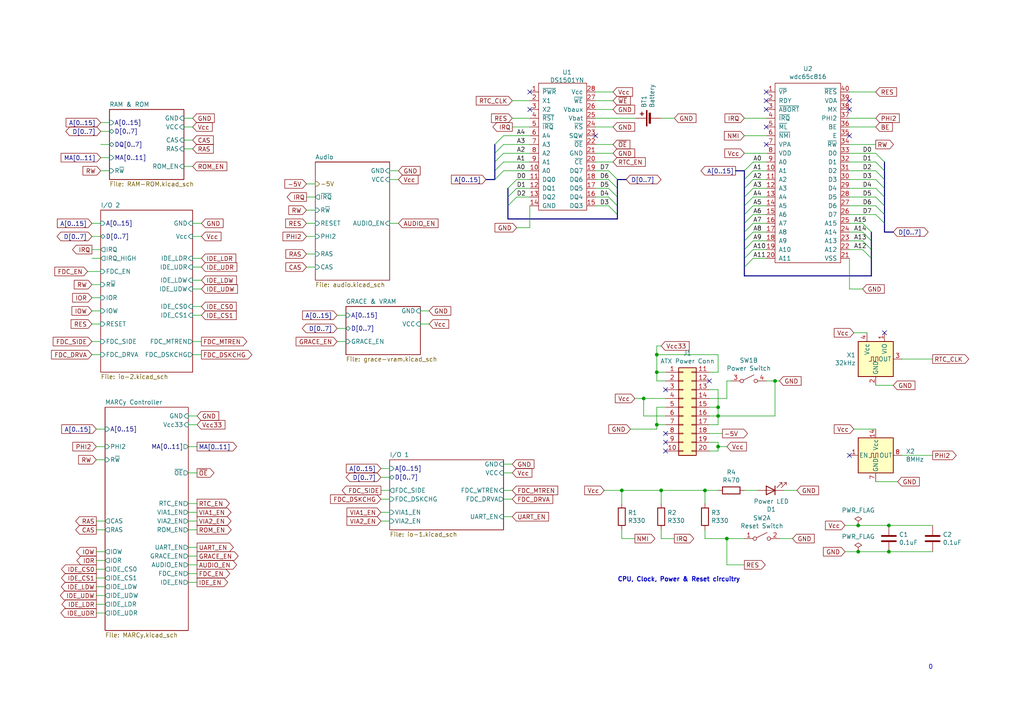
<source format=kicad_sch>
(kicad_sch (version 20231120) (generator "eeschema") (generator_version "8.0")
  (paper "A4")
  (lib_symbols
    (symbol "65xx:wdc65c816" (pin_names (offset 1.016))
      (property "Reference" "U" (at 1.27 3.81 0))
      (property "Value" "wdc65c816" (at 2.54 -50.8 0))
      (symbol "wdc65c816_0_0"
        (pin output line (at -10.16 -22.86 0) (length 2.54) (name "A1") (number "10"))
        (pin output line (at -10.16 -25.4 0) (length 2.54) (name "A2") (number "11"))
        (pin output line (at -10.16 -27.94 0) (length 2.54) (name "A3") (number "12"))
        (pin output line (at -10.16 -30.48 0) (length 2.54) (name "A4") (number "13"))
        (pin output line (at -10.16 -33.02 0) (length 2.54) (name "A5") (number "14"))
        (pin output line (at -10.16 -35.56 0) (length 2.54) (name "A6") (number "15"))
        (pin output line (at -10.16 -38.1 0) (length 2.54) (name "A7") (number "16"))
        (pin output line (at -10.16 -40.64 0) (length 2.54) (name "A8") (number "17"))
        (pin output line (at -10.16 -43.18 0) (length 2.54) (name "A9") (number "18"))
        (pin output line (at -10.16 -45.72 0) (length 2.54) (name "A10") (number "19"))
        (pin output line (at -10.16 -48.26 0) (length 2.54) (name "A11") (number "20"))
        (pin power_in line (at 13.97 -48.26 180) (length 2.54) (name "VSS") (number "21"))
        (pin output line (at 13.97 -45.72 180) (length 2.54) (name "A12") (number "22"))
        (pin output line (at 13.97 -43.18 180) (length 2.54) (name "A13") (number "23"))
        (pin output line (at 13.97 -40.64 180) (length 2.54) (name "A14") (number "24"))
        (pin output line (at 13.97 -38.1 180) (length 2.54) (name "A15") (number "25"))
        (pin bidirectional line (at 13.97 -35.56 180) (length 2.54) (name "D7") (number "26"))
        (pin bidirectional line (at 13.97 -33.02 180) (length 2.54) (name "D6") (number "27"))
        (pin bidirectional line (at 13.97 -30.48 180) (length 2.54) (name "D5") (number "28"))
        (pin bidirectional line (at 13.97 -27.94 180) (length 2.54) (name "D4") (number "29"))
        (pin bidirectional line (at 13.97 -25.4 180) (length 2.54) (name "D3") (number "30"))
        (pin bidirectional line (at 13.97 -22.86 180) (length 2.54) (name "D2") (number "31"))
        (pin bidirectional line (at 13.97 -20.32 180) (length 2.54) (name "D1") (number "32"))
        (pin bidirectional line (at 13.97 -17.78 180) (length 2.54) (name "D0") (number "33"))
        (pin output line (at 13.97 -15.24 180) (length 2.54) (name "~{RW}") (number "34"))
        (pin output line (at 13.97 -12.7 180) (length 2.54) (name "E") (number "35"))
        (pin input line (at 13.97 -10.16 180) (length 2.54) (name "BE") (number "36"))
        (pin input line (at 13.97 -7.62 180) (length 2.54) (name "PHI2") (number "37"))
        (pin output line (at 13.97 -5.08 180) (length 2.54) (name "MX") (number "38"))
        (pin output line (at 13.97 -2.54 180) (length 2.54) (name "VDA") (number "39"))
        (pin input line (at 13.97 0 180) (length 2.54) (name "~{RES}") (number "40"))
        (pin output line (at -10.16 -15.24 0) (length 2.54) (name "VPA") (number "7"))
        (pin power_in line (at -10.16 -17.78 0) (length 2.54) (name "VDD") (number "8"))
        (pin output line (at -10.16 -20.32 0) (length 2.54) (name "A0") (number "9"))
      )
      (symbol "wdc65c816_1_1"
        (pin output line (at -10.16 0 0) (length 2.54) (name "~{VP}") (number "1"))
        (pin bidirectional line (at -10.16 -2.54 0) (length 2.54) (name "RDY") (number "2"))
        (pin input line (at -10.16 -5.08 0) (length 2.54) (name "~{ABORT}") (number "3"))
        (pin input line (at -10.16 -7.62 0) (length 2.54) (name "~{IRQ}") (number "4"))
        (pin output line (at -10.16 -10.16 0) (length 2.54) (name "~{ML}") (number "5"))
        (pin input line (at -10.16 -12.7 0) (length 2.54) (name "~{NMI}") (number "6"))
      )
    )
    (symbol "Connector_Generic:Conn_02x10_Top_Bottom" (pin_names (offset 1.016) hide)
      (property "Reference" "J" (at 1.27 12.7 0))
      (property "Value" "Conn_02x10_Top_Bottom" (at 1.27 -15.24 0))
      (symbol "Conn_02x10_Top_Bottom_1_1"
        (pin passive line (at -5.08 10.16 0) (length 3.81) (name "Pin_1") (number "1"))
        (pin passive line (at -5.08 -12.7 0) (length 3.81) (name "Pin_10") (number "10"))
        (pin passive line (at 7.62 10.16 180) (length 3.81) (name "Pin_11") (number "11"))
        (pin passive line (at 7.62 7.62 180) (length 3.81) (name "Pin_12") (number "12"))
        (pin passive line (at 7.62 5.08 180) (length 3.81) (name "Pin_13") (number "13"))
        (pin passive line (at 7.62 2.54 180) (length 3.81) (name "Pin_14") (number "14"))
        (pin passive line (at 7.62 0 180) (length 3.81) (name "Pin_15") (number "15"))
        (pin passive line (at 7.62 -2.54 180) (length 3.81) (name "Pin_16") (number "16"))
        (pin passive line (at 7.62 -5.08 180) (length 3.81) (name "Pin_17") (number "17"))
        (pin passive line (at 7.62 -7.62 180) (length 3.81) (name "Pin_18") (number "18"))
        (pin passive line (at 7.62 -10.16 180) (length 3.81) (name "Pin_19") (number "19"))
        (pin passive line (at -5.08 7.62 0) (length 3.81) (name "Pin_2") (number "2"))
        (pin passive line (at 7.62 -12.7 180) (length 3.81) (name "Pin_20") (number "20"))
        (pin passive line (at -5.08 5.08 0) (length 3.81) (name "Pin_3") (number "3"))
        (pin passive line (at -5.08 2.54 0) (length 3.81) (name "Pin_4") (number "4"))
        (pin passive line (at -5.08 0 0) (length 3.81) (name "Pin_5") (number "5"))
        (pin passive line (at -5.08 -2.54 0) (length 3.81) (name "Pin_6") (number "6"))
        (pin passive line (at -5.08 -5.08 0) (length 3.81) (name "Pin_7") (number "7"))
        (pin passive line (at -5.08 -7.62 0) (length 3.81) (name "Pin_8") (number "8"))
        (pin passive line (at -5.08 -10.16 0) (length 3.81) (name "Pin_9") (number "9"))
      )
    )
    (symbol "Device:Battery_Cell" (pin_numbers hide) (pin_names (offset 0) hide)
      (property "Reference" "BT" (at 2.54 2.54 0))
      (property "Value" "Battery_Cell" (at 2.54 0 0))
      (symbol "Battery_Cell_1_1"
        (pin passive line (at 0 5.08 270) (length 2.54) (name "+") (number "1"))
        (pin passive line (at 0 -2.54 90) (length 2.54) (name "-") (number "2"))
      )
    )
    (symbol "Device:C" (pin_numbers hide) (pin_names (offset 0.254))
      (property "Reference" "C" (at 0.635 2.54 0))
      (property "Value" "C" (at 0.635 -2.54 0))
      (symbol "C_1_1"
        (pin passive line (at 0 3.81 270) (length 2.794) (name "~") (number "1"))
        (pin passive line (at 0 -3.81 90) (length 2.794) (name "~") (number "2"))
      )
    )
    (symbol "Device:LED" (pin_numbers hide) (pin_names (offset 1.016) hide)
      (property "Reference" "D" (at 0 2.54 0))
      (property "Value" "LED" (at 0 -2.54 0))
      (symbol "LED_1_1"
        (pin passive line (at -3.81 0 0) (length 2.54) (name "K") (number "1"))
        (pin passive line (at 3.81 0 180) (length 2.54) (name "A") (number "2"))
      )
    )
    (symbol "Device:R" (pin_numbers hide) (pin_names (offset 0))
      (property "Reference" "R" (at 2.032 0 90))
      (property "Value" "R" (at 0 0 90))
      (symbol "R_1_1"
        (pin passive line (at 0 3.81 270) (length 1.27) (name "~") (number "1"))
        (pin passive line (at 0 -3.81 90) (length 1.27) (name "~") (number "2"))
      )
    )
    (symbol "Oscillator:SG-3030CM"
      (property "Reference" "X" (at -5.08 -6.35 0))
      (property "Value" "SG-3030CM" (at 1.27 -6.35 0))
      (symbol "SG-3030CM_1_1"
        (pin power_in line (at 2.54 7.62 270) (length 2.54) (name "VIO") (number "1"))
        (pin power_in line (at 0 -7.62 90) (length 2.54) (name "GND") (number "2"))
        (pin output line (at 7.62 0 180) (length 2.54) (name "OUT") (number "3"))
        (pin power_in line (at -2.54 7.62 270) (length 2.54) (name "Vcc") (number "4"))
      )
    )
    (symbol "Oscillator:TFT680" (pin_names (offset 0.254))
      (property "Reference" "X" (at -5.08 6.35 0))
      (property "Value" "TFT680" (at 1.27 -6.35 0))
      (symbol "TFT680_1_1"
        (pin input line (at -7.62 0 0) (length 2.54) (name "EN") (number "1"))
        (pin power_in line (at 0 7.62 270) (length 2.54) (name "Vcc") (number "14"))
        (pin power_in line (at 0 -7.62 90) (length 2.54) (name "GND") (number "7"))
        (pin output line (at 7.62 0 180) (length 2.54) (name "OUT") (number "8"))
      )
    )
    (symbol "Prometheus-rescue:PWR_FLAG-power" (power) (pin_numbers hide) (pin_names (offset 0) hide)
      (property "Value" "power_PWR_FLAG" (at 0 3.81 0))
      (symbol "PWR_FLAG-power_0_0"
        (pin power_out line (at 0 0 90) (length 0) (name "pwr") (number "1"))
      )
    )
    (symbol "Switch:SW_DPST_x2" (pin_names (offset 0) hide)
      (property "Reference" "SW" (at 0 3.175 0))
      (property "Value" "SW_DPST_x2" (at 0 -2.54 0))
      (symbol "SW_DPST_x2_1_1"
        (pin passive line (at -5.08 0 0) (length 2.54) (name "A") (number "1"))
        (pin passive line (at 5.08 0 180) (length 2.54) (name "B") (number "2"))
      )
      (symbol "SW_DPST_x2_2_1"
        (pin passive line (at -5.08 0 0) (length 2.54) (name "A") (number "3"))
        (pin passive line (at 5.08 0 180) (length 2.54) (name "B") (number "4"))
      )
    )
    (symbol "prometh_custom:DS1501WS" (pin_names (offset 1.016))
      (property "Reference" "U" (at 3.81 1.27 0))
      (property "Value" "DS1501WS" (at 3.81 -38.1 0))
      (symbol "DS1501WS_0_0"
        (pin output line (at -5.08 -2.54 0) (length 2.54) (name "~{PWR}") (number "1"))
        (pin bidirectional line (at -5.08 -25.4 0) (length 2.54) (name "A0") (number "10"))
        (pin bidirectional line (at -5.08 -27.94 0) (length 2.54) (name "DQ0") (number "11"))
        (pin bidirectional line (at -5.08 -30.48 0) (length 2.54) (name "DQ1") (number "12"))
        (pin bidirectional line (at -5.08 -33.02 0) (length 2.54) (name "DQ2") (number "13"))
        (pin power_in line (at -5.08 -35.56 0) (length 2.54) (name "GND") (number "14"))
        (pin bidirectional line (at 13.97 -35.56 180) (length 2.54) (name "DQ3") (number "15"))
        (pin bidirectional line (at 13.97 -33.02 180) (length 2.54) (name "DQ4") (number "16"))
        (pin bidirectional line (at 13.97 -30.48 180) (length 2.54) (name "DQ5") (number "17"))
        (pin bidirectional line (at 13.97 -27.94 180) (length 2.54) (name "DQ6") (number "18"))
        (pin bidirectional line (at 13.97 -25.4 180) (length 2.54) (name "DQ7") (number "19"))
        (pin input line (at -5.08 -5.08 0) (length 2.54) (name "X1") (number "2"))
        (pin input line (at 13.97 -22.86 180) (length 2.54) (name "~{CE}") (number "20"))
        (pin input line (at 13.97 -20.32 180) (length 2.54) (name "GND") (number "21"))
        (pin input line (at 13.97 -17.78 180) (length 2.54) (name "~{OE}") (number "22"))
        (pin output line (at 13.97 -15.24 180) (length 2.54) (name "SQW") (number "23"))
        (pin input line (at 13.97 -12.7 180) (length 2.54) (name "~{KS}") (number "24"))
        (pin input line (at 13.97 -10.16 180) (length 2.54) (name "Vbat") (number "25"))
        (pin input line (at 13.97 -7.62 180) (length 2.54) (name "Vbaux") (number "26"))
        (pin input line (at 13.97 -5.08 180) (length 2.54) (name "~{WE}") (number "27"))
        (pin power_in line (at 13.97 -2.54 180) (length 2.54) (name "Vcc") (number "28"))
        (pin input line (at -5.08 -7.62 0) (length 2.54) (name "X2") (number "3"))
        (pin output line (at -5.08 -10.16 0) (length 2.54) (name "~{RST}") (number "4"))
        (pin output line (at -5.08 -12.7 0) (length 2.54) (name "~{IRQ}") (number "5"))
        (pin bidirectional line (at -5.08 -15.24 0) (length 2.54) (name "A4") (number "6"))
        (pin bidirectional line (at -5.08 -17.78 0) (length 2.54) (name "A3") (number "7"))
        (pin bidirectional line (at -5.08 -20.32 0) (length 2.54) (name "A2") (number "8"))
        (pin bidirectional line (at -5.08 -22.86 0) (length 2.54) (name "A1") (number "9"))
      )
    )
  )
  (junction (at 186.69 115.57))
  (junction (at 190.5 102.87))
  (junction (at 257.81 152.4))
  (junction (at 190.5 107.95))
  (junction (at 257.81 160.02))
  (junction (at 248.92 160.02))
  (junction (at 208.28 120.65))
  (junction (at 190.5 123.19))
  (junction (at 224.79 110.49))
  (junction (at 180.34 142.24))
  (junction (at 191.77 142.24))
  (junction (at 248.92 152.4))
  (junction (at 204.47 142.24))
  (junction (at 208.28 129.54))
  (junction (at 210.82 156.21))
  (junction (at 208.28 118.11))
  (no_connect (at 205.74 110.49))
  (no_connect (at 153.67 31.75))
  (no_connect (at 222.25 41.91))
  (no_connect (at 246.38 132.08))
  (no_connect (at 222.25 36.83))
  (no_connect (at 193.04 125.73))
  (no_connect (at 246.38 29.21))
  (no_connect (at 172.72 39.37))
  (no_connect (at 193.04 113.03))
  (no_connect (at 153.67 26.67))
  (no_connect (at 193.04 130.81))
  (no_connect (at 222.25 29.21))
  (no_connect (at 256.54 96.52))
  (no_connect (at 193.04 128.27))
  (no_connect (at 222.25 31.75))
  (no_connect (at 246.38 39.37))
  (no_connect (at 246.38 31.75))
  (no_connect (at 222.25 26.67))
  (bus_entry (at 218.44 46.99) (size -2.54 2.54))
  (bus_entry (at 176.53 49.53) (size 2.54 2.54))
  (bus_entry (at 176.53 59.69) (size 2.54 2.54))
  (bus_entry (at 146.05 46.99) (size -2.54 2.54))
  (bus_entry (at 218.44 54.61) (size -2.54 2.54))
  (bus_entry (at 146.05 44.45) (size -2.54 2.54))
  (bus_entry (at 176.53 57.15) (size 2.54 2.54))
  (bus_entry (at 250.19 69.85) (size 2.54 2.54))
  (bus_entry (at 218.44 62.23) (size -2.54 2.54))
  (bus_entry (at 218.44 74.93) (size -2.54 2.54))
  (bus_entry (at 250.19 72.39) (size 2.54 2.54))
  (bus_entry (at 254 44.45) (size 2.54 2.54))
  (bus_entry (at 254 57.15) (size 2.54 2.54))
  (bus_entry (at 176.53 52.07) (size 2.54 2.54))
  (bus_entry (at 218.44 49.53) (size -2.54 2.54))
  (bus_entry (at 218.44 57.15) (size -2.54 2.54))
  (bus_entry (at 218.44 72.39) (size -2.54 2.54))
  (bus_entry (at 218.44 59.69) (size -2.54 2.54))
  (bus_entry (at 146.05 49.53) (size -2.54 2.54))
  (bus_entry (at 218.44 52.07) (size -2.54 2.54))
  (bus_entry (at 146.05 41.91) (size -2.54 2.54))
  (bus_entry (at 254 49.53) (size 2.54 2.54))
  (bus_entry (at 218.44 69.85) (size -2.54 2.54))
  (bus_entry (at 218.44 67.31) (size -2.54 2.54))
  (bus_entry (at 250.19 67.31) (size 2.54 2.54))
  (bus_entry (at 254 62.23) (size 2.54 2.54))
  (bus_entry (at 176.53 54.61) (size 2.54 2.54))
  (bus_entry (at 218.44 64.77) (size -2.54 2.54))
  (bus_entry (at 146.05 39.37) (size -2.54 2.54))
  (bus_entry (at 254 54.61) (size 2.54 2.54))
  (bus_entry (at 149.86 52.07) (size -2.54 2.54))
  (bus_entry (at 149.86 57.15) (size -2.54 2.54))
  (bus_entry (at 254 52.07) (size 2.54 2.54))
  (bus_entry (at 149.86 54.61) (size -2.54 2.54))
  (bus_entry (at 254 46.99) (size 2.54 2.54))
  (bus_entry (at 250.19 64.77) (size 2.54 2.54))
  (bus_entry (at 254 59.69) (size 2.54 2.54))
  (bus (pts (xy 252.73 69.85) (xy 252.73 72.39)))
  (wire (pts (xy 55.88 91.44) (xy 58.42 91.44)))
  (wire (pts (xy 30.48 129.54) (xy 27.94 129.54)))
  (wire (pts (xy 53.34 43.18) (xy 55.88 43.18)))
  (wire (pts (xy 247.65 124.46) (xy 254 124.46)))
  (wire (pts (xy 259.08 111.76) (xy 254 111.76)))
  (wire (pts (xy 186.69 120.65) (xy 186.69 115.57)))
  (wire (pts (xy 153.67 57.15) (xy 149.86 57.15)))
  (wire (pts (xy 31.75 35.56) (xy 29.21 35.56)))
  (bus (pts (xy 143.51 41.91) (xy 143.51 44.45)))
  (bus (pts (xy 179.07 62.23) (xy 179.07 63.5)))
  (wire (pts (xy 208.28 113.03) (xy 208.28 118.11)))
  (wire (pts (xy 30.48 160.02) (xy 27.94 160.02)))
  (wire (pts (xy 254 34.29) (xy 246.38 34.29)))
  (wire (pts (xy 26.67 64.77) (xy 29.21 64.77)))
  (wire (pts (xy 54.61 129.54) (xy 57.15 129.54)))
  (wire (pts (xy 148.59 29.21) (xy 153.67 29.21)))
  (wire (pts (xy 30.48 165.1) (xy 27.94 165.1)))
  (wire (pts (xy 190.5 100.33) (xy 190.5 102.87)))
  (wire (pts (xy 246.38 83.82) (xy 250.19 83.82)))
  (wire (pts (xy 29.21 102.87) (xy 26.67 102.87)))
  (wire (pts (xy 29.21 68.58) (xy 26.67 68.58)))
  (wire (pts (xy 30.48 153.67) (xy 27.94 153.67)))
  (bus (pts (xy 215.9 59.69) (xy 215.9 62.23)))
  (bus (pts (xy 215.9 74.93) (xy 215.9 77.47)))
  (wire (pts (xy 212.09 110.49) (xy 210.82 110.49)))
  (wire (pts (xy 215.9 44.45) (xy 222.25 44.45)))
  (bus (pts (xy 256.54 52.07) (xy 256.54 54.61)))
  (wire (pts (xy 246.38 46.99) (xy 254 46.99)))
  (wire (pts (xy 210.82 115.57) (xy 205.74 115.57)))
  (bus (pts (xy 179.07 57.15) (xy 179.07 59.69)))
  (wire (pts (xy 54.61 153.67) (xy 57.15 153.67)))
  (wire (pts (xy 215.9 163.83) (xy 210.82 163.83)))
  (wire (pts (xy 222.25 69.85) (xy 218.44 69.85)))
  (wire (pts (xy 153.67 49.53) (xy 146.05 49.53)))
  (bus (pts (xy 256.54 67.31) (xy 259.08 67.31)))
  (bus (pts (xy 179.07 59.69) (xy 179.07 62.23)))
  (wire (pts (xy 113.03 144.78) (xy 110.49 144.78)))
  (wire (pts (xy 54.61 146.05) (xy 57.15 146.05)))
  (wire (pts (xy 208.28 118.11) (xy 208.28 120.65)))
  (wire (pts (xy 172.72 44.45) (xy 177.8 44.45)))
  (bus (pts (xy 256.54 46.99) (xy 256.54 49.53)))
  (wire (pts (xy 100.33 91.44) (xy 97.79 91.44)))
  (wire (pts (xy 55.88 83.82) (xy 58.42 83.82)))
  (bus (pts (xy 147.32 57.15) (xy 147.32 59.69)))
  (wire (pts (xy 193.04 107.95) (xy 190.5 107.95)))
  (wire (pts (xy 121.92 90.17) (xy 124.46 90.17)))
  (wire (pts (xy 54.61 151.13) (xy 57.15 151.13)))
  (wire (pts (xy 113.03 151.13) (xy 110.49 151.13)))
  (wire (pts (xy 172.72 36.83) (xy 177.8 36.83)))
  (wire (pts (xy 261.62 132.08) (xy 270.51 132.08)))
  (wire (pts (xy 246.38 26.67) (xy 254 26.67)))
  (wire (pts (xy 31.75 41.91) (xy 29.21 41.91)))
  (wire (pts (xy 153.67 66.04) (xy 149.86 66.04)))
  (wire (pts (xy 91.44 77.47) (xy 88.9 77.47)))
  (wire (pts (xy 222.25 64.77) (xy 218.44 64.77)))
  (wire (pts (xy 153.67 44.45) (xy 146.05 44.45)))
  (wire (pts (xy 245.11 160.02) (xy 248.92 160.02)))
  (wire (pts (xy 224.79 110.49) (xy 224.79 120.65)))
  (wire (pts (xy 246.38 62.23) (xy 254 62.23)))
  (wire (pts (xy 113.03 64.77) (xy 115.57 64.77)))
  (bus (pts (xy 215.9 69.85) (xy 215.9 72.39)))
  (wire (pts (xy 184.15 156.21) (xy 180.34 156.21)))
  (wire (pts (xy 30.48 133.35) (xy 27.94 133.35)))
  (wire (pts (xy 91.44 73.66) (xy 88.9 73.66)))
  (wire (pts (xy 54.61 137.16) (xy 57.15 137.16)))
  (wire (pts (xy 180.34 142.24) (xy 191.77 142.24)))
  (wire (pts (xy 205.74 118.11) (xy 208.28 118.11)))
  (wire (pts (xy 208.28 107.95) (xy 208.28 102.87)))
  (wire (pts (xy 55.88 81.28) (xy 58.42 81.28)))
  (wire (pts (xy 29.21 74.93) (xy 26.67 74.93)))
  (wire (pts (xy 270.51 104.14) (xy 261.62 104.14)))
  (wire (pts (xy 208.28 128.27) (xy 208.28 129.54)))
  (bus (pts (xy 215.9 67.31) (xy 215.9 69.85)))
  (wire (pts (xy 153.67 39.37) (xy 146.05 39.37)))
  (wire (pts (xy 26.67 72.39) (xy 29.21 72.39)))
  (bus (pts (xy 252.73 74.93) (xy 252.73 80.01)))
  (wire (pts (xy 110.49 148.59) (xy 113.03 148.59)))
  (wire (pts (xy 246.38 67.31) (xy 250.19 67.31)))
  (wire (pts (xy 246.38 69.85) (xy 250.19 69.85)))
  (wire (pts (xy 172.72 26.67) (xy 177.8 26.67)))
  (wire (pts (xy 172.72 49.53) (xy 176.53 49.53)))
  (wire (pts (xy 153.67 46.99) (xy 146.05 46.99)))
  (wire (pts (xy 205.74 128.27) (xy 208.28 128.27)))
  (wire (pts (xy 55.88 99.06) (xy 58.42 99.06)))
  (wire (pts (xy 55.88 77.47) (xy 58.42 77.47)))
  (wire (pts (xy 30.48 162.56) (xy 27.94 162.56)))
  (wire (pts (xy 55.88 88.9) (xy 58.42 88.9)))
  (wire (pts (xy 53.34 48.26) (xy 55.88 48.26)))
  (wire (pts (xy 182.88 124.46) (xy 190.5 124.46)))
  (wire (pts (xy 29.21 86.36) (xy 26.67 86.36)))
  (wire (pts (xy 205.74 107.95) (xy 208.28 107.95)))
  (wire (pts (xy 222.25 57.15) (xy 218.44 57.15)))
  (wire (pts (xy 146.05 142.24) (xy 148.59 142.24)))
  (wire (pts (xy 190.5 118.11) (xy 190.5 123.19)))
  (wire (pts (xy 172.72 34.29) (xy 184.15 34.29)))
  (wire (pts (xy 222.25 62.23) (xy 218.44 62.23)))
  (wire (pts (xy 193.04 110.49) (xy 190.5 110.49)))
  (bus (pts (xy 256.54 64.77) (xy 256.54 67.31)))
  (wire (pts (xy 91.44 60.96) (xy 88.9 60.96)))
  (wire (pts (xy 205.74 113.03) (xy 208.28 113.03)))
  (wire (pts (xy 222.25 59.69) (xy 218.44 59.69)))
  (bus (pts (xy 256.54 49.53) (xy 256.54 52.07)))
  (bus (pts (xy 179.07 52.07) (xy 181.61 52.07)))
  (wire (pts (xy 208.28 123.19) (xy 205.74 123.19)))
  (bus (pts (xy 215.9 49.53) (xy 215.9 52.07)))
  (wire (pts (xy 172.72 52.07) (xy 176.53 52.07)))
  (wire (pts (xy 246.38 72.39) (xy 250.19 72.39)))
  (wire (pts (xy 205.74 130.81) (xy 208.28 130.81)))
  (wire (pts (xy 53.34 36.83) (xy 55.88 36.83)))
  (bus (pts (xy 213.36 49.53) (xy 215.9 49.53)))
  (wire (pts (xy 204.47 156.21) (xy 210.82 156.21)))
  (wire (pts (xy 30.48 124.46) (xy 27.94 124.46)))
  (bus (pts (xy 147.32 59.69) (xy 147.32 63.5)))
  (wire (pts (xy 186.69 115.57) (xy 193.04 115.57)))
  (wire (pts (xy 191.77 153.67) (xy 191.77 156.21)))
  (bus (pts (xy 179.07 52.07) (xy 179.07 54.61)))
  (wire (pts (xy 204.47 142.24) (xy 204.47 146.05)))
  (wire (pts (xy 205.74 125.73) (xy 209.55 125.73)))
  (wire (pts (xy 248.92 160.02) (xy 257.81 160.02)))
  (wire (pts (xy 208.28 120.65) (xy 208.28 123.19)))
  (wire (pts (xy 257.81 160.02) (xy 270.51 160.02)))
  (wire (pts (xy 53.34 40.64) (xy 55.88 40.64)))
  (wire (pts (xy 54.61 120.65) (xy 57.15 120.65)))
  (wire (pts (xy 191.77 142.24) (xy 204.47 142.24)))
  (wire (pts (xy 247.65 96.52) (xy 251.46 96.52)))
  (wire (pts (xy 193.04 118.11) (xy 190.5 118.11)))
  (wire (pts (xy 113.03 138.43) (xy 110.49 138.43)))
  (wire (pts (xy 186.69 120.65) (xy 193.04 120.65)))
  (wire (pts (xy 148.59 34.29) (xy 153.67 34.29)))
  (bus (pts (xy 147.32 54.61) (xy 147.32 57.15)))
  (wire (pts (xy 31.75 49.53) (xy 29.21 49.53)))
  (wire (pts (xy 153.67 36.83) (xy 148.59 36.83)))
  (wire (pts (xy 54.61 168.91) (xy 57.15 168.91)))
  (wire (pts (xy 215.9 34.29) (xy 222.25 34.29)))
  (wire (pts (xy 222.25 67.31) (xy 218.44 67.31)))
  (wire (pts (xy 180.34 146.05) (xy 180.34 142.24)))
  (wire (pts (xy 254 41.91) (xy 246.38 41.91)))
  (bus (pts (xy 215.9 80.01) (xy 252.73 80.01)))
  (wire (pts (xy 91.44 57.15) (xy 88.9 57.15)))
  (wire (pts (xy 246.38 57.15) (xy 254 57.15)))
  (wire (pts (xy 254 139.7) (xy 260.35 139.7)))
  (wire (pts (xy 191.77 100.33) (xy 190.5 100.33)))
  (wire (pts (xy 54.61 158.75) (xy 57.15 158.75)))
  (wire (pts (xy 146.05 134.62) (xy 148.59 134.62)))
  (wire (pts (xy 113.03 142.24) (xy 110.49 142.24)))
  (wire (pts (xy 190.5 123.19) (xy 193.04 123.19)))
  (bus (pts (xy 256.54 57.15) (xy 256.54 59.69)))
  (wire (pts (xy 208.28 102.87) (xy 190.5 102.87)))
  (wire (pts (xy 222.25 54.61) (xy 218.44 54.61)))
  (wire (pts (xy 153.67 41.91) (xy 146.05 41.91)))
  (wire (pts (xy 91.44 68.58) (xy 88.9 68.58)))
  (bus (pts (xy 143.51 44.45) (xy 143.51 46.99)))
  (wire (pts (xy 246.38 54.61) (xy 254 54.61)))
  (wire (pts (xy 205.74 120.65) (xy 208.28 120.65)))
  (wire (pts (xy 219.71 142.24) (xy 215.9 142.24)))
  (wire (pts (xy 172.72 29.21) (xy 177.8 29.21)))
  (bus (pts (xy 179.07 54.61) (xy 179.07 57.15)))
  (wire (pts (xy 172.72 41.91) (xy 177.8 41.91)))
  (wire (pts (xy 224.79 110.49) (xy 226.06 110.49)))
  (wire (pts (xy 54.61 161.29) (xy 57.15 161.29)))
  (wire (pts (xy 248.92 152.4) (xy 257.81 152.4)))
  (wire (pts (xy 29.21 90.17) (xy 26.67 90.17)))
  (wire (pts (xy 210.82 156.21) (xy 215.9 156.21)))
  (wire (pts (xy 222.25 39.37) (xy 215.9 39.37)))
  (bus (pts (xy 215.9 52.07) (xy 215.9 54.61)))
  (wire (pts (xy 191.77 146.05) (xy 191.77 142.24)))
  (wire (pts (xy 222.25 74.93) (xy 218.44 74.93)))
  (wire (pts (xy 246.38 49.53) (xy 254 49.53)))
  (bus (pts (xy 215.9 77.47) (xy 215.9 80.01)))
  (wire (pts (xy 204.47 156.21) (xy 204.47 153.67)))
  (wire (pts (xy 191.77 156.21) (xy 195.58 156.21)))
  (wire (pts (xy 190.5 102.87) (xy 190.5 107.95)))
  (wire (pts (xy 231.14 142.24) (xy 227.33 142.24)))
  (bus (pts (xy 143.51 49.53) (xy 143.51 52.07)))
  (wire (pts (xy 55.88 74.93) (xy 58.42 74.93)))
  (wire (pts (xy 113.03 135.89) (xy 110.49 135.89)))
  (wire (pts (xy 210.82 129.54) (xy 208.28 129.54)))
  (wire (pts (xy 30.48 175.26) (xy 27.94 175.26)))
  (wire (pts (xy 257.81 152.4) (xy 270.51 152.4)))
  (wire (pts (xy 210.82 110.49) (xy 210.82 115.57)))
  (wire (pts (xy 254 36.83) (xy 246.38 36.83)))
  (wire (pts (xy 222.25 52.07) (xy 218.44 52.07)))
  (wire (pts (xy 55.88 64.77) (xy 58.42 64.77)))
  (bus (pts (xy 215.9 54.61) (xy 215.9 57.15)))
  (wire (pts (xy 246.38 52.07) (xy 254 52.07)))
  (bus (pts (xy 256.54 59.69) (xy 256.54 62.23)))
  (bus (pts (xy 256.54 62.23) (xy 256.54 64.77)))
  (wire (pts (xy 172.72 57.15) (xy 176.53 57.15)))
  (wire (pts (xy 208.28 129.54) (xy 208.28 130.81)))
  (wire (pts (xy 191.77 34.29) (xy 195.58 34.29)))
  (wire (pts (xy 100.33 99.06) (xy 97.79 99.06)))
  (wire (pts (xy 246.38 64.77) (xy 250.19 64.77)))
  (bus (pts (xy 215.9 64.77) (xy 215.9 67.31)))
  (wire (pts (xy 30.48 151.13) (xy 27.94 151.13)))
  (wire (pts (xy 184.15 115.57) (xy 186.69 115.57)))
  (wire (pts (xy 175.26 142.24) (xy 180.34 142.24)))
  (wire (pts (xy 172.72 59.69) (xy 176.53 59.69)))
  (wire (pts (xy 246.38 44.45) (xy 254 44.45)))
  (bus (pts (xy 252.73 72.39) (xy 252.73 74.93)))
  (wire (pts (xy 54.61 123.19) (xy 57.15 123.19)))
  (wire (pts (xy 26.67 82.55) (xy 29.21 82.55)))
  (wire (pts (xy 25.4 78.74) (xy 29.21 78.74)))
  (wire (pts (xy 224.79 120.65) (xy 208.28 120.65)))
  (wire (pts (xy 54.61 148.59) (xy 57.15 148.59)))
  (wire (pts (xy 153.67 59.69) (xy 153.67 66.04)))
  (wire (pts (xy 29.21 99.06) (xy 26.67 99.06)))
  (wire (pts (xy 53.34 34.29) (xy 55.88 34.29)))
  (wire (pts (xy 30.48 172.72) (xy 27.94 172.72)))
  (wire (pts (xy 91.44 64.77) (xy 88.9 64.77)))
  (wire (pts (xy 172.72 31.75) (xy 177.8 31.75)))
  (wire (pts (xy 30.48 170.18) (xy 27.94 170.18)))
  (wire (pts (xy 88.9 53.34) (xy 91.44 53.34)))
  (wire (pts (xy 190.5 123.19) (xy 190.5 124.46)))
  (wire (pts (xy 55.88 68.58) (xy 58.42 68.58)))
  (wire (pts (xy 100.33 95.25) (xy 97.79 95.25)))
  (wire (pts (xy 190.5 107.95) (xy 190.5 110.49)))
  (wire (pts (xy 121.92 93.98) (xy 124.46 93.98)))
  (wire (pts (xy 30.48 167.64) (xy 27.94 167.64)))
  (wire (pts (xy 146.05 149.86) (xy 148.59 149.86)))
  (bus (pts (xy 215.9 72.39) (xy 215.9 74.93)))
  (wire (pts (xy 172.72 54.61) (xy 176.53 54.61)))
  (wire (pts (xy 146.05 144.78) (xy 148.59 144.78)))
  (wire (pts (xy 172.72 46.99) (xy 177.8 46.99)))
  (bus (pts (xy 215.9 62.23) (xy 215.9 64.77)))
  (wire (pts (xy 30.48 177.8) (xy 27.94 177.8)))
  (wire (pts (xy 113.03 49.53) (xy 115.57 49.53)))
  (wire (pts (xy 226.06 156.21) (xy 229.87 156.21)))
  (wire (pts (xy 54.61 166.37) (xy 57.15 166.37)))
  (wire (pts (xy 54.61 163.83) (xy 57.15 163.83)))
  (wire (pts (xy 113.03 52.07) (xy 115.57 52.07)))
  (wire (pts (xy 222.25 110.49) (xy 224.79 110.49)))
  (bus (pts (xy 215.9 57.15) (xy 215.9 59.69)))
  (bus (pts (xy 256.54 54.61) (xy 256.54 57.15)))
  (wire (pts (xy 246.38 74.93) (xy 246.38 83.82)))
  (wire (pts (xy 146.05 137.16) (xy 148.59 137.16)))
  (wire (pts (xy 153.67 54.61) (xy 149.86 54.61)))
  (wire (pts (xy 222.25 49.53) (xy 218.44 49.53)))
  (bus (pts (xy 252.73 67.31) (xy 252.73 69.85)))
  (wire (pts (xy 246.38 59.69) (xy 254 59.69)))
  (wire (pts (xy 245.11 152.4) (xy 248.92 152.4)))
  (wire (pts (xy 55.88 102.87) (xy 58.42 102.87)))
  (wire (pts (xy 31.75 38.1) (xy 29.21 38.1)))
  (wire (pts (xy 208.28 142.24) (xy 204.47 142.24)))
  (wire (pts (xy 180.34 156.21) (xy 180.34 153.67)))
  (bus (pts (xy 143.51 46.99) (xy 143.51 49.53)))
  (wire (pts (xy 210.82 163.83) (xy 210.82 156.21)))
  (bus (pts (xy 143.51 52.07) (xy 140.97 52.07)))
  (wire (pts (xy 222.25 46.99) (xy 218.44 46.99)))
  (wire (pts (xy 153.67 52.07) (xy 149.86 52.07)))
  (wire (pts (xy 222.25 72.39) (xy 218.44 72.39)))
  (bus (pts (xy 147.32 63.5) (xy 179.07 63.5)))
  (wire (pts (xy 26.67 93.98) (xy 29.21 93.98)))
  (wire (pts (xy 31.75 45.72) (xy 29.21 45.72)))
  (text "0" (at 269.24 194.31 0) (effects (font (size 1.27 1.27)) (justify left bottom)))
  (text "CPU, Clock, Power & Reset circuitry" (at 179.07 168.91 0) (effects (font (size 1.27 1.27) (thickness 0.254) (bold yes)) (justify left bottom)))
  (label "A0" (at 218.44 46.99 0))
  (label "A8" (at 218.44 67.31 0))
  (label "A3" (at 218.44 54.61 0))
  (label "A3" (at 149.86 41.91 0))
  (label "D2" (at 149.86 57.15 0))
  (label "D4" (at 173.99 57.15 0))
  (label "D7" (at 250.19 62.23 0))
  (label "D7" (at 173.99 49.53 0))
  (label "A4" (at 218.44 57.15 0))
  (label "A7" (at 218.44 64.77 0))
  (label "D5" (at 173.99 54.61 0))
  (label "A12" (at 247.65 72.39 0))
  (label "D3" (at 250.19 52.07 0))
  (label "D3" (at 173.99 59.69 0))
  (label "A4" (at 149.86 39.37 0))
  (label "A5" (at 218.44 59.69 0))
  (label "A9" (at 218.44 69.85 0))
  (label "A10" (at 218.44 72.39 0))
  (label "D2" (at 250.19 49.53 0))
  (label "A1" (at 149.86 46.99 0))
  (label "A15" (at 247.65 64.77 0))
  (label "D0" (at 250.19 44.45 0))
  (label "D0" (at 149.86 52.07 0))
  (label "A0" (at 149.86 49.53 0))
  (label "D6" (at 250.19 59.69 0))
  (label "D1" (at 149.86 54.61 0))
  (label "A11" (at 218.44 74.93 0))
  (label "D6" (at 173.99 52.07 0))
  (label "D1" (at 250.19 46.99 0))
  (label "A1" (at 218.44 49.53 0))
  (label "A6" (at 218.44 62.23 0))
  (label "A2" (at 218.44 52.07 0))
  (label "D5" (at 250.19 57.15 0))
  (label "A13" (at 247.65 69.85 0))
  (label "A14" (at 247.65 67.31 0))
  (label "D4" (at 250.19 54.61 0))
  (label "A2" (at 149.86 44.45 0))
  (global_label "ROM_EN" (shape output) (at 57.15 153.67 0) (property "Intersheetrefs" "${INTERSHEET_REFS}" (effects (hide yes))))
  (global_label "-5V" (shape input) (at 88.9 53.34 180) (property "Intersheetrefs" "${INTERSHEET_REFS}" (effects (hide yes))))
  (global_label "D[0..7]" (shape bidirectional) (at 97.79 95.25 180) (property "Intersheetrefs" "${INTERSHEET_REFS}" (effects (hide yes))))
  (global_label "Vcc33" (shape input) (at 191.77 100.33 0) (property "Intersheetrefs" "${INTERSHEET_REFS}" (effects (hide yes))))
  (global_label "IDE_EN" (shape output) (at 57.15 168.91 0) (property "Intersheetrefs" "${INTERSHEET_REFS}" (effects (hide yes))))
  (global_label "CAS" (shape input) (at 88.9 77.47 180) (property "Intersheetrefs" "${INTERSHEET_REFS}" (effects (hide yes))))
  (global_label "Vcc" (shape input) (at 210.82 129.54 0) (property "Intersheetrefs" "${INTERSHEET_REFS}" (effects (hide yes))))
  (global_label "GND" (shape input) (at 177.8 44.45 0) (property "Intersheetrefs" "${INTERSHEET_REFS}" (effects (hide yes))))
  (global_label "IDE_UDR" (shape output) (at 27.94 177.8 180) (property "Intersheetrefs" "${INTERSHEET_REFS}" (effects (hide yes))))
  (global_label "A[0..15]" (shape output) (at 213.36 49.53 180) (property "Intersheetrefs" "${INTERSHEET_REFS}" (effects (hide yes))))
  (global_label "RW" (shape input) (at 88.9 60.96 180) (property "Intersheetrefs" "${INTERSHEET_REFS}" (effects (hide yes))))
  (global_label "RTC_EN" (shape input) (at 177.8 46.99 0) (property "Intersheetrefs" "${INTERSHEET_REFS}" (effects (hide yes))))
  (global_label "GND" (shape input) (at 115.57 49.53 0) (property "Intersheetrefs" "${INTERSHEET_REFS}" (effects (hide yes))))
  (global_label "A[0..15]" (shape input) (at 110.49 135.89 180) (property "Intersheetrefs" "${INTERSHEET_REFS}" (effects (hide yes))))
  (global_label "~{OE}" (shape output) (at 57.15 137.16 0) (property "Intersheetrefs" "${INTERSHEET_REFS}" (effects (hide yes))))
  (global_label "D[0..7]" (shape bidirectional) (at 181.61 52.07 0) (property "Intersheetrefs" "${INTERSHEET_REFS}" (effects (hide yes))))
  (global_label "Vcc" (shape input) (at 175.26 142.24 180) (property "Intersheetrefs" "${INTERSHEET_REFS}" (effects (hide yes))))
  (global_label "GND" (shape input) (at 226.06 110.49 0) (property "Intersheetrefs" "${INTERSHEET_REFS}" (effects (hide yes))))
  (global_label "Vcc" (shape input) (at 247.65 124.46 180) (property "Intersheetrefs" "${INTERSHEET_REFS}" (effects (hide yes))))
  (global_label "PHI2" (shape input) (at 27.94 129.54 180) (property "Intersheetrefs" "${INTERSHEET_REFS}" (effects (hide yes))))
  (global_label "Vcc" (shape input) (at 177.8 26.67 0) (property "Intersheetrefs" "${INTERSHEET_REFS}" (effects (hide yes))))
  (global_label "D[0..7]" (shape bidirectional) (at 259.08 67.31 0) (property "Intersheetrefs" "${INTERSHEET_REFS}" (effects (hide yes))))
  (global_label "GND" (shape input) (at 149.86 66.04 180) (property "Intersheetrefs" "${INTERSHEET_REFS}" (effects (hide yes))))
  (global_label "IDE_UDR" (shape input) (at 58.42 77.47 0) (property "Intersheetrefs" "${INTERSHEET_REFS}" (effects (hide yes))))
  (global_label "IDE_UDW" (shape output) (at 27.94 172.72 180) (property "Intersheetrefs" "${INTERSHEET_REFS}" (effects (hide yes))))
  (global_label "FDC_DSKCHG" (shape output) (at 58.42 102.87 0) (property "Intersheetrefs" "${INTERSHEET_REFS}" (effects (hide yes))))
  (global_label "ROM_EN" (shape input) (at 55.88 48.26 0) (property "Intersheetrefs" "${INTERSHEET_REFS}" (effects (hide yes))))
  (global_label "RAS" (shape output) (at 27.94 151.13 180) (property "Intersheetrefs" "${INTERSHEET_REFS}" (effects (hide yes))))
  (global_label "IRQ" (shape output) (at 88.9 57.15 180) (property "Intersheetrefs" "${INTERSHEET_REFS}" (effects (hide yes))))
  (global_label "Vcc" (shape input) (at 55.88 36.83 0) (property "Intersheetrefs" "${INTERSHEET_REFS}" (effects (hide yes))))
  (global_label "GND" (shape input) (at 229.87 156.21 0) (property "Intersheetrefs" "${INTERSHEET_REFS}" (effects (hide yes))))
  (global_label "RES" (shape input) (at 26.67 93.98 180) (property "Intersheetrefs" "${INTERSHEET_REFS}" (effects (hide yes))))
  (global_label "IRQ" (shape input) (at 215.9 34.29 180) (property "Intersheetrefs" "${INTERSHEET_REFS}" (effects (hide yes))))
  (global_label "FDC_EN" (shape output) (at 57.15 166.37 0) (property "Intersheetrefs" "${INTERSHEET_REFS}" (effects (hide yes))))
  (global_label "VIA1_EN" (shape output) (at 57.15 148.59 0) (property "Intersheetrefs" "${INTERSHEET_REFS}" (effects (hide yes))))
  (global_label "GND" (shape input) (at 55.88 34.29 0) (property "Intersheetrefs" "${INTERSHEET_REFS}" (effects (hide yes))))
  (global_label "IDE_UDW" (shape input) (at 58.42 83.82 0) (property "Intersheetrefs" "${INTERSHEET_REFS}" (effects (hide yes))))
  (global_label "GND" (shape input) (at 231.14 142.24 0) (property "Intersheetrefs" "${INTERSHEET_REFS}" (effects (hide yes))))
  (global_label "RAS" (shape input) (at 55.88 43.18 0) (property "Intersheetrefs" "${INTERSHEET_REFS}" (effects (hide yes))))
  (global_label "D[0..7]" (shape bidirectional) (at 110.49 138.43 180) (property "Intersheetrefs" "${INTERSHEET_REFS}" (effects (hide yes))))
  (global_label "GND" (shape input) (at 177.8 36.83 0) (property "Intersheetrefs" "${INTERSHEET_REFS}" (effects (hide yes))))
  (global_label "RTC_CLK" (shape input) (at 148.59 29.21 180) (property "Intersheetrefs" "${INTERSHEET_REFS}" (effects (hide yes))))
  (global_label "IOW" (shape input) (at 26.67 90.17 180) (property "Intersheetrefs" "${INTERSHEET_REFS}" (effects (hide yes))))
  (global_label "NMI" (shape input) (at 215.9 39.37 180) (property "Intersheetrefs" "${INTERSHEET_REFS}" (effects (hide yes))))
  (global_label "RAS" (shape input) (at 88.9 73.66 180) (property "Intersheetrefs" "${INTERSHEET_REFS}" (effects (hide yes))))
  (global_label "FDC_DRVA" (shape input) (at 148.59 144.78 0) (property "Intersheetrefs" "${INTERSHEET_REFS}" (effects (hide yes))))
  (global_label "FDC_SIDE" (shape output) (at 110.49 142.24 180) (property "Intersheetrefs" "${INTERSHEET_REFS}" (effects (hide yes))))
  (global_label "FDC_DRVA" (shape input) (at 26.67 102.87 180) (property "Intersheetrefs" "${INTERSHEET_REFS}" (effects (hide yes))))
  (global_label "GND" (shape input) (at 124.46 90.17 0) (property "Intersheetrefs" "${INTERSHEET_REFS}" (effects (hide yes))))
  (global_label "AUDIO_EN" (shape output) (at 57.15 163.83 0) (property "Intersheetrefs" "${INTERSHEET_REFS}" (effects (hide yes))))
  (global_label "RW" (shape input) (at 27.94 133.35 180) (property "Intersheetrefs" "${INTERSHEET_REFS}" (effects (hide yes))))
  (global_label "BE" (shape input) (at 254 36.83 0) (property "Intersheetrefs" "${INTERSHEET_REFS}" (effects (hide yes))))
  (global_label "GND" (shape input) (at 58.42 64.77 0) (property "Intersheetrefs" "${INTERSHEET_REFS}" (effects (hide yes))))
  (global_label "Vcc" (shape input) (at 184.15 115.57 180) (property "Intersheetrefs" "${INTERSHEET_REFS}" (effects (hide yes))))
  (global_label "IRQ" (shape output) (at 195.58 156.21 0) (property "Intersheetrefs" "${INTERSHEET_REFS}" (effects (hide yes))))
  (global_label "GND" (shape input) (at 182.88 124.46 180) (property "Intersheetrefs" "${INTERSHEET_REFS}" (effects (hide yes))))
  (global_label "~{WE}" (shape input) (at 177.8 29.21 0) (property "Intersheetrefs" "${INTERSHEET_REFS}" (effects (hide yes))))
  (global_label "GRACE_EN" (shape output) (at 57.15 161.29 0) (property "Intersheetrefs" "${INTERSHEET_REFS}" (effects (hide yes))))
  (global_label "GND" (shape input) (at 195.58 34.29 0) (property "Intersheetrefs" "${INTERSHEET_REFS}" (effects (hide yes))))
  (global_label "FDC_SIDE" (shape input) (at 26.67 99.06 180) (property "Intersheetrefs" "${INTERSHEET_REFS}" (effects (hide yes))))
  (global_label "RW" (shape output) (at 254 41.91 0) (property "Intersheetrefs" "${INTERSHEET_REFS}" (effects (hide yes))))
  (global_label "GND" (shape input) (at 250.19 83.82 0) (property "Intersheetrefs" "${INTERSHEET_REFS}" (effects (hide yes))))
  (global_label "Vcc" (shape input) (at 215.9 44.45 180) (property "Intersheetrefs" "${INTERSHEET_REFS}" (effects (hide yes))))
  (global_label "A[0..15]" (shape input) (at 26.67 64.77 180) (property "Intersheetrefs" "${INTERSHEET_REFS}" (effects (hide yes))))
  (global_label "Vcc" (shape input) (at 115.57 52.07 0) (property "Intersheetrefs" "${INTERSHEET_REFS}" (effects (hide yes))))
  (global_label "FDC_EN" (shape input) (at 25.4 78.74 180) (property "Intersheetrefs" "${INTERSHEET_REFS}" (effects (hide yes))))
  (global_label "NMI" (shape output) (at 184.15 156.21 0) (property "Intersheetrefs" "${INTERSHEET_REFS}" (effects (hide yes))))
  (global_label "A[0..15]" (shape input) (at 97.79 91.44 180) (property "Intersheetrefs" "${INTERSHEET_REFS}" (effects (hide yes))))
  (global_label "GND" (shape input) (at 259.08 111.76 0) (property "Intersheetrefs" "${INTERSHEET_REFS}" (effects (hide yes))))
  (global_label "RES" (shape output) (at 215.9 163.83 0) (property "Intersheetrefs" "${INTERSHEET_REFS}" (effects (hide yes))))
  (global_label "GND" (shape input) (at 148.59 134.62 0) (property "Intersheetrefs" "${INTERSHEET_REFS}" (effects (hide yes))))
  (global_label "RW" (shape input) (at 26.67 82.55 180) (property "Intersheetrefs" "${INTERSHEET_REFS}" (effects (hide yes))))
  (global_label "GND" (shape input) (at 245.11 160.02 180) (property "Intersheetrefs" "${INTERSHEET_REFS}" (effects (hide yes))))
  (global_label "IOR" (shape output) (at 27.94 162.56 180) (property "Intersheetrefs" "${INTERSHEET_REFS}" (effects (hide yes))))
  (global_label "IDE_LDR" (shape output) (at 27.94 175.26 180) (property "Intersheetrefs" "${INTERSHEET_REFS}" (effects (hide yes))))
  (global_label "IDE_LDW" (shape output) (at 27.94 170.18 180) (property "Intersheetrefs" "${INTERSHEET_REFS}" (effects (hide yes))))
  (global_label "A[0..15]" (shape input) (at 29.21 35.56 180) (property "Intersheetrefs" "${INTERSHEET_REFS}" (effects (hide yes))))
  (global_label "IDE_CS0" (shape output) (at 27.94 165.1 180) (property "Intersheetrefs" "${INTERSHEET_REFS}" (effects (hide yes))))
  (global_label "MA[0..11]" (shape input) (at 29.21 45.72 180) (property "Intersheetrefs" "${INTERSHEET_REFS}" (effects (hide yes))))
  (global_label "Vcc" (shape input) (at 124.46 93.98 0) (property "Intersheetrefs" "${INTERSHEET_REFS}" (effects (hide yes))))
  (global_label "CAS" (shape output) (at 27.94 153.67 180) (property "Intersheetrefs" "${INTERSHEET_REFS}" (effects (hide yes))))
  (global_label "~{OE}" (shape input) (at 177.8 41.91 0) (property "Intersheetrefs" "${INTERSHEET_REFS}" (effects (hide yes))))
  (global_label "IDE_CS0" (shape input) (at 58.42 88.9 0) (property "Intersheetrefs" "${INTERSHEET_REFS}" (effects (hide yes))))
  (global_label "RW" (shape input) (at 29.21 49.53 180) (property "Intersheetrefs" "${INTERSHEET_REFS}" (effects (hide yes))))
  (global_label "UART_EN" (shape input) (at 148.59 149.86 0) (property "Intersheetrefs" "${INTERSHEET_REFS}" (effects (hide yes))))
  (global_label "GRACE_EN" (shape input) (at 97.79 99.06 180) (property "Intersheetrefs" "${INTERSHEET_REFS}" (effects (hide yes))))
  (global_label "Vcc33" (shape input) (at 57.15 123.19 0) (property "Intersheetrefs" "${INTERSHEET_REFS}" (effects (hide yes))))
  (global_label "RES" (shape input) (at 254 26.67 0) (property "Intersheetrefs" "${INTERSHEET_REFS}" (effects (hide yes))))
  (global_label "FDC_DSKCHG" (shape input) (at 110.49 144.78 180) (property "Intersheetrefs" "${INTERSHEET_REFS}" (effects (hide yes))))
  (global_label "VIA2_EN" (shape input) (at 110.49 151.13 180) (property "Intersheetrefs" "${INTERSHEET_REFS}" (effects (hide yes))))
  (global_label "AUDIO_EN" (shape input) (at 115.57 64.77 0) (property "Intersheetrefs" "${INTERSHEET_REFS}" (effects (hide yes))))
  (global_label "IOR" (shape input) (at 26.67 86.36 180) (property "Intersheetrefs" "${INTERSHEET_REFS}" (effects (hide yes))))
  (global_label "VIA2_EN" (shape output) (at 57.15 151.13 0) (property "Intersheetrefs" "${INTERSHEET_REFS}" (effects (hide yes))))
  (global_label "MA[0..11]" (shape output) (at 57.15 129.54 0) (property "Intersheetrefs" "${INTERSHEET_REFS}" (effects (hide yes))))
  (global_label "FDC_MTREN" (shape output) (at 58.42 99.06 0) (property "Intersheetrefs" "${INTERSHEET_REFS}" (effects (hide yes))))
  (global_label "IRQ" (shape output) (at 26.67 72.39 180) (property "Intersheetrefs" "${INTERSHEET_REFS}" (effects (hide yes))))
  (global_label "CAS" (shape input) (at 55.88 40.64 0) (property "Intersheetrefs" "${INTERSHEET_REFS}" (effects (hide yes))))
  (global_label "UART_EN" (shape output) (at 57.15 158.75 0) (property "Intersheetrefs" "${INTERSHEET_REFS}" (effects (hide yes))))
  (global_label "Vcc" (shape input) (at 245.11 152.4 180) (property "Intersheetrefs" "${INTERSHEET_REFS}" (effects (hide yes))))
  (global_label "PHI2" (shape input) (at 88.9 68.58 180) (property "Intersheetrefs" "${INTERSHEET_REFS}" (effects (hide yes))))
  (global_label "FDC_MTREN" (shape input) (at 148.59 142.24 0) (property "Intersheetrefs" "${INTERSHEET_REFS}" (effects (hide yes))))
  (global_label "VIA1_EN" (shape input) (at 110.49 148.59 180) (property "Intersheetrefs" "${INTERSHEET_REFS}" (effects (hide yes))))
  (global_label "IRQ" (shape output) (at 148.59 36.83 180) (property "Intersheetrefs" "${INTERSHEET_REFS}" (effects (hide yes))))
  (global_label "IDE_LDW" (shape input) (at 58.42 81.28 0) (property "Intersheetrefs" "${INTERSHEET_REFS}" (effects (hide yes))))
  (global_label "-5V " (shape output) (at 209.55 125.73 0) (property "Intersheetrefs" "${INTERSHEET_REFS}" (effects (hide yes))))
  (global_label "GND" (shape input) (at 57.15 120.65 0) (property "Intersheetrefs" "${INTERSHEET_REFS}" (effects (hide yes))))
  (global_label "A[0..15]" (shape input) (at 27.94 124.46 180) (property "Intersheetrefs" "${INTERSHEET_REFS}" (effects (hide yes))))
  (global_label "RTC_EN" (shape output) (at 57.15 146.05 0) (property "Intersheetrefs" "${INTERSHEET_REFS}" (effects (hide yes))))
  (global_label "IOW" (shape output) (at 27.94 160.02 180) (property "Intersheetrefs" "${INTERSHEET_REFS}" (effects (hide yes))))
  (global_label "IDE_CS1" (shape output) (at 27.94 167.64 180) (property "Intersheetrefs" "${INTERSHEET_REFS}" (effects (hide yes))))
  (global_label "PHI2" (shape output) (at 270.51 132.08 0) (property "Intersheetrefs" "${INTERSHEET_REFS}" (effects (hide yes))))
  (global_label "GND" (shape input) (at 260.35 139.7 0) (property "Intersheetrefs" "${INTERSHEET_REFS}" (effects (hide yes))))
  (global_label "RES" (shape input) (at 148.59 34.29 180) (property "Intersheetrefs" "${INTERSHEET_REFS}" (effects (hide yes))))
  (global_label "Vcc" (shape input) (at 247.65 96.52 180) (property "Intersheetrefs" "${INTERSHEET_REFS}" (effects (hide yes))))
  (global_label "RTC_CLK" (shape output) (at 270.51 104.14 0) (property "Intersheetrefs" "${INTERSHEET_REFS}" (effects (hide yes))))
  (global_label "D[0..7]" (shape bidirectional) (at 29.21 38.1 180) (property "Intersheetrefs" "${INTERSHEET_REFS}" (effects (hide yes))))
  (global_label "PHI2" (shape input) (at 254 34.29 0) (property "Intersheetrefs" "${INTERSHEET_REFS}" (effects (hide yes))))
  (global_label "GND" (shape input) (at 177.8 31.75 0) (property "Intersheetrefs" "${INTERSHEET_REFS}" (effects (hide yes))))
  (global_label "RES" (shape input) (at 88.9 64.77 180) (property "Intersheetrefs" "${INTERSHEET_REFS}" (effects (hide yes))))
  (global_label "Vcc" (shape input) (at 58.42 68.58 0) (property "Intersheetrefs" "${INTERSHEET_REFS}" (effects (hide yes))))
  (global_label "A[0..15]" (shape input) (at 140.97 52.07 180) (property "Intersheetrefs" "${INTERSHEET_REFS}" (effects (hide yes))))
  (global_label "D[0..7]" (shape bidirectional) (at 26.67 68.58 180) (property "Intersheetrefs" "${INTERSHEET_REFS}" (effects (hide yes))))
  (global_label "IDE_LDR" (shape input) (at 58.42 74.93 0) (property "Intersheetrefs" "${INTERSHEET_REFS}" (effects (hide yes))))
  (global_label "Vcc" (shape input) (at 148.59 137.16 0) (property "Intersheetrefs" "${INTERSHEET_REFS}" (effects (hide yes))))
  (global_label "IDE_CS1" (shape input) (at 58.42 91.44 0) (property "Intersheetrefs" "${INTERSHEET_REFS}" (effects (hide yes))))
  (hierarchical_label "-5V" (shape output) (at 91.44 53.34 0))
  (symbol (lib_id "Connector_Generic:Conn_02x10_Top_Bottom") (at 198.12 118.11 0) (unit 1)
    (property "Reference" "J1" (at 199.39 102.4382 0))
    (property "Value" "ATX Power Conn" (at 199.39 104.7496 0))
    (property "Footprint" "Connector_Molex:Molex_Mini-Fit_Jr_5566-20A_2x10_P4.20mm_Vertical" (effects (hide yes)))
  )
  (symbol (lib_id "Oscillator:TFT680") (at 254 132.08 0) (unit 1)
    (property "Reference" "X2" (at 262.7376 130.9116 0) (effects (justify left)))
    (property "Value" "8MHz" (at 262.7376 133.223 0) (effects (justify left)))
    (property "Footprint" "Oscillator:Oscillator_DIP-14" (effects (hide yes)))
    (property "Datasheet" "http://cdn-reichelt.de/documents/datenblatt/B400/OSZI.pdf" (effects (hide yes)))
  )
  (symbol (lib_id "prometh_custom:DS1501WS") (at 158.75 24.13 0) (unit 1)
    (property "Reference" "U1" (at 164.465 20.955 0))
    (property "Value" "DS1501YN" (at 164.465 23.2664 0))
    (property "Footprint" "Package_DIP:DIP-28_W15.24mm" (effects (hide yes)))
  )
  (symbol (lib_id "Oscillator:SG-3030CM") (at 254 104.14 0) (unit 1)
    (property "Reference" "X1" (at 248.1834 102.9716 0) (effects (justify right)))
    (property "Value" "32kHz" (at 248.1834 105.283 0) (effects (justify right)))
    (property "Footprint" "Oscillator:Oscillator_DIP-14" (effects (hide yes)))
    (property "Datasheet" "https://support.epson.biz/td/api/doc_check.php?mode=dl&lang=en&Parts=SG-3030CM" (effects (hide yes)))
  )
  (symbol (lib_id "Device:Battery_Cell") (at 189.23 34.29 90) (unit 1)
    (property "Reference" "BT1" (at 186.7916 31.2928 0) (effects (justify left)))
    (property "Value" "Battery" (at 189.103 31.2928 0) (effects (justify left)))
    (property "Footprint" "Battery:BatteryHolder_Keystone_1058_1x2032" (effects (hide yes)))
  )
  (symbol (lib_id "Device:LED") (at 223.52 142.24 180) (unit 1)
    (property "Reference" "D1" (at 223.6978 147.7264 0))
    (property "Value" "Power LED" (at 223.6978 145.415 0))
    (property "Footprint" "LED_THT:LED_D3.0mm" (effects (hide yes)))
  )
  (symbol (lib_id "Device:R") (at 212.09 142.24 90) (unit 1)
    (property "Reference" "R4" (at 212.09 136.9822 90))
    (property "Value" "R470" (at 212.09 139.2936 90))
    (property "Footprint" "Resistor_SMD:R_0805_2012Metric_Pad1.20x1.40mm_HandSolder" (effects (hide yes)))
  )
  (symbol (lib_id "Switch:SW_DPST_x2") (at 217.17 110.49 0) (unit 2)
    (property "Reference" "SW1" (at 217.17 104.521 0))
    (property "Value" "Power Switch" (at 217.17 106.8324 0))
    (property "Footprint" "Button_Switch_THT:SW_PUSH_6mm" (effects (hide yes)))
  )
  (symbol (lib_id "65xx:wdc65c816") (at 232.41 26.67 0) (unit 1)
    (property "Reference" "U2" (at 234.315 19.939 0))
    (property "Value" "wdc65c816" (at 234.315 22.2504 0))
    (property "Footprint" "Package_DIP:DIP-40_W15.24mm" (effects (hide yes)))
  )
  (symbol (lib_id "Device:R") (at 180.34 149.86 0) (unit 1)
    (property "Reference" "R1" (at 182.118 148.6916 0) (effects (justify left)))
    (property "Value" "R330" (at 182.118 151.003 0) (effects (justify left)))
    (property "Footprint" "Resistor_SMD:R_0805_2012Metric_Pad1.20x1.40mm_HandSolder" (effects (hide yes)))
  )
  (symbol (lib_id "Device:R") (at 191.77 149.86 0) (unit 1)
    (property "Reference" "R2" (at 193.548 148.6916 0) (effects (justify left)))
    (property "Value" "R330" (at 193.548 151.003 0) (effects (justify left)))
    (property "Footprint" "Resistor_SMD:R_0805_2012Metric_Pad1.20x1.40mm_HandSolder" (effects (hide yes)))
  )
  (symbol (lib_id "Device:R") (at 204.47 149.86 0) (unit 1)
    (property "Reference" "R3" (at 206.248 148.6916 0) (effects (justify left)))
    (property "Value" "R330" (at 206.248 151.003 0) (effects (justify left)))
    (property "Footprint" "Resistor_SMD:R_0805_2012Metric_Pad1.20x1.40mm_HandSolder" (effects (hide yes)))
  )
  (symbol (lib_id "Device:C") (at 270.51 156.21 0) (unit 1)
    (property "Reference" "C2" (at 273.431 155.0416 0) (effects (justify left)))
    (property "Value" "0.1uF" (at 273.431 157.353 0) (effects (justify left)))
    (property "Footprint" "Capacitor_THT:CP_Radial_D4.0mm_P1.50mm" (effects (hide yes)))
  )
  (symbol (lib_id "Device:C") (at 257.81 156.21 0) (unit 1)
    (property "Reference" "C1" (at 260.731 155.0416 0) (effects (justify left)))
    (property "Value" "0.1uF" (at 260.731 157.353 0) (effects (justify left)))
    (property "Footprint" "Capacitor_THT:CP_Radial_D4.0mm_P1.50mm" (effects (hide yes)))
  )
  (symbol (lib_id "Switch:SW_DPST_x2") (at 220.98 156.21 0) (unit 1)
    (property "Reference" "SW2" (at 220.98 150.241 0))
    (property "Value" "Reset Switch" (at 220.98 152.5524 0))
    (property "Footprint" "Button_Switch_THT:SW_PUSH_6mm" (effects (hide yes)))
  )
  (symbol (lib_id "Prometheus-rescue:PWR_FLAG-power") (at 248.92 152.4 0) (unit 1)
    (property "Reference" "#FLG01" (effects (hide yes)))
    (property "Value" "PWR_FLAG" (at 248.92 148.0058 0))
  )
  (symbol (lib_id "Prometheus-rescue:PWR_FLAG-power") (at 248.92 160.02 0) (unit 1)
    (property "Reference" "#FLG02" (effects (hide yes)))
    (property "Value" "PWR_FLAG" (at 248.92 155.6258 0))
  )
  (sheet (at 100.33 88.9) (size 21.59 13.97)
    (property "Sheetname" "GRACE & VRAM" (at 100.33 88.1884 0) (effects (justify left bottom)))
    (property "Sheetfile" "grace-vram.kicad_sch" (at 100.33 103.4546 0) (effects (justify left top)))
    (pin "A[0..15]" input (at 100.33 91.44 180))
    (pin "D[0..7]" bidirectional (at 100.33 95.25 180))
    (pin "GRACE_EN" input (at 100.33 99.06 180))
    (pin "VCC" input (at 121.92 93.98 0))
    (pin "GND" input (at 121.92 90.17 0))
  )
  (sheet (at 91.44 46.99) (size 21.59 34.29)
    (property "Sheetname" "Audio" (at 91.44 46.2784 0) (effects (justify left bottom)))
    (property "Sheetfile" "audio.kicad_sch" (at 91.44 81.8646 0) (effects (justify left top)))
    (pin "AUDIO_EN" input (at 113.03 64.77 0))
    (pin "R~{W}" input (at 91.44 60.96 180))
    (pin "~{IRQ}" output (at 91.44 57.15 180))
    (pin "RESET" input (at 91.44 64.77 180))
    (pin "PHI2" input (at 91.44 68.58 180))
    (pin "RAS" input (at 91.44 73.66 180))
    (pin "CAS" input (at 91.44 77.47 180))
    (pin "VCC" input (at 113.03 52.07 0))
    (pin "GND" input (at 113.03 49.53 0))
  )
  (sheet (at 113.03 133.35) (size 33.02 20.32)
    (property "Sheetname" "I/O 1" (at 113.03 132.6384 0) (effects (justify left bottom)))
    (property "Sheetfile" "io-1.kicad_sch" (at 113.03 154.2546 0) (effects (justify left top)))
    (pin "VCC" input (at 146.05 137.16 0))
    (pin "GND" input (at 146.05 134.62 0))
    (pin "FDC_SIDE" output (at 113.03 142.24 180))
    (pin "FDC_WTREN" input (at 146.05 142.24 0))
    (pin "FDC_DSKCHG" input (at 113.03 144.78 180))
    (pin "FDC_DRVA" output (at 146.05 144.78 0))
    (pin "A[0..15]" input (at 113.03 135.89 180))
    (pin "D[0..7]" bidirectional (at 113.03 138.43 180))
    (pin "VIA1_EN" input (at 113.03 148.59 180))
    (pin "VIA2_EN" input (at 113.03 151.13 180))
    (pin "UART_EN" input (at 146.05 149.86 0))
  )
  (sheet (at 29.21 60.96) (size 26.67 46.99)
    (property "Sheetname" "I/O 2" (at 29.21 60.2484 0) (effects (justify left bottom)))
    (property "Sheetfile" "io-2.kicad_sch" (at 29.21 108.5346 0) (effects (justify left top)))
    (pin "D[0..7]" bidirectional (at 29.21 68.58 180))
    (pin "IRQ" output (at 29.21 72.39 180))
    (pin "FDC_EN" input (at 29.21 78.74 180))
    (pin "R~{W}" input (at 29.21 82.55 180))
    (pin "Vcc" input (at 55.88 68.58 0))
    (pin "GND" input (at 55.88 64.77 0))
    (pin "IOR" input (at 29.21 86.36 180))
    (pin "IOW" input (at 29.21 90.17 180))
    (pin "RESET" input (at 29.21 93.98 180))
    (pin "IDE_LDR" input (at 55.88 74.93 0))
    (pin "IDE_LDW" input (at 55.88 81.28 0))
    (pin "IDE_UDR" input (at 55.88 77.47 0))
    (pin "IDE_UDW" input (at 55.88 83.82 0))
    (pin "IRQ_HIGH" output (at 29.21 74.93 180))
    (pin "A[0..15]" input (at 29.21 64.77 180))
    (pin "IDE_CS0" input (at 55.88 88.9 0))
    (pin "IDE_CS1" input (at 55.88 91.44 0))
    (pin "FDC_SIDE" input (at 29.21 99.06 180))
    (pin "FDC_MTREN" output (at 55.88 99.06 0))
    (pin "FDC_DRVA" input (at 29.21 102.87 180))
    (pin "FDC_DSKCHG" output (at 55.88 102.87 0))
  )
  (sheet (at 30.48 118.11) (size 24.13 64.77)
    (property "Sheetname" "MARCy Controller" (at 30.48 117.3984 0) (effects (justify left bottom)))
    (property "Sheetfile" "MARCy.kicad_sch" (at 30.48 183.4646 0) (effects (justify left top)))
    (pin "MA[0..11]" output (at 54.61 129.54 0))
    (pin "A[0..15]" input (at 30.48 124.46 180))
    (pin "R~{W}" input (at 30.48 133.35 180))
    (pin "~{OE}" output (at 54.61 137.16 0))
    (pin "RTC_EN" output (at 54.61 146.05 0))
    (pin "VIA1_EN" output (at 54.61 148.59 0))
    (pin "VIA2_EN" output (at 54.61 151.13 0))
    (pin "ROM_EN" output (at 54.61 153.67 0))
    (pin "UART_EN" output (at 54.61 158.75 0))
    (pin "GRACE_EN" output (at 54.61 161.29 0))
    (pin "AUDIO_EN" output (at 54.61 163.83 0))
    (pin "FDC_EN" output (at 54.61 166.37 0))
    (pin "CAS" output (at 30.48 151.13 180))
    (pin "RAS" output (at 30.48 153.67 180))
    (pin "IDE_EN" output (at 54.61 168.91 0))
    (pin "IOW" output (at 30.48 160.02 180))
    (pin "IOR" output (at 30.48 162.56 180))
    (pin "IDE_CS1" output (at 30.48 167.64 180))
    (pin "IDE_CS0" output (at 30.48 165.1 180))
    (pin "IDE_UDW" output (at 30.48 172.72 180))
    (pin "IDE_LDW" output (at 30.48 170.18 180))
    (pin "IDE_UDR" output (at 30.48 177.8 180))
    (pin "IDE_LDR" output (at 30.48 175.26 180))
    (pin "GND" input (at 54.61 120.65 0))
    (pin "Vcc33" input (at 54.61 123.19 0))
    (pin "PHI2" input (at 30.48 129.54 180))
  )
  (sheet (at 31.75 31.75) (size 21.59 20.32)
    (property "Sheetname" "RAM & ROM" (at 31.75 31.0384 0) (effects (justify left bottom)))
    (property "Sheetfile" "RAM-ROM.kicad_sch" (at 31.75 52.6546 0) (effects (justify left top)))
    (pin "D[0..7]" bidirectional (at 31.75 38.1 180))
    (pin "A[0..15]" input (at 31.75 35.56 180))
    (pin "VCC" input (at 53.34 36.83 0))
    (pin "GND" input (at 53.34 34.29 0))
    (pin "DQ[0..7]" bidirectional (at 31.75 41.91 180))
    (pin "MA[0..11]" input (at 31.75 45.72 180))
    (pin "CAS" input (at 53.34 40.64 0))
    (pin "RAS" input (at 53.34 43.18 0))
    (pin "R~{W}" input (at 31.75 49.53 180))
    (pin "ROM_EN" input (at 53.34 48.26 0))
  )
)
</source>
